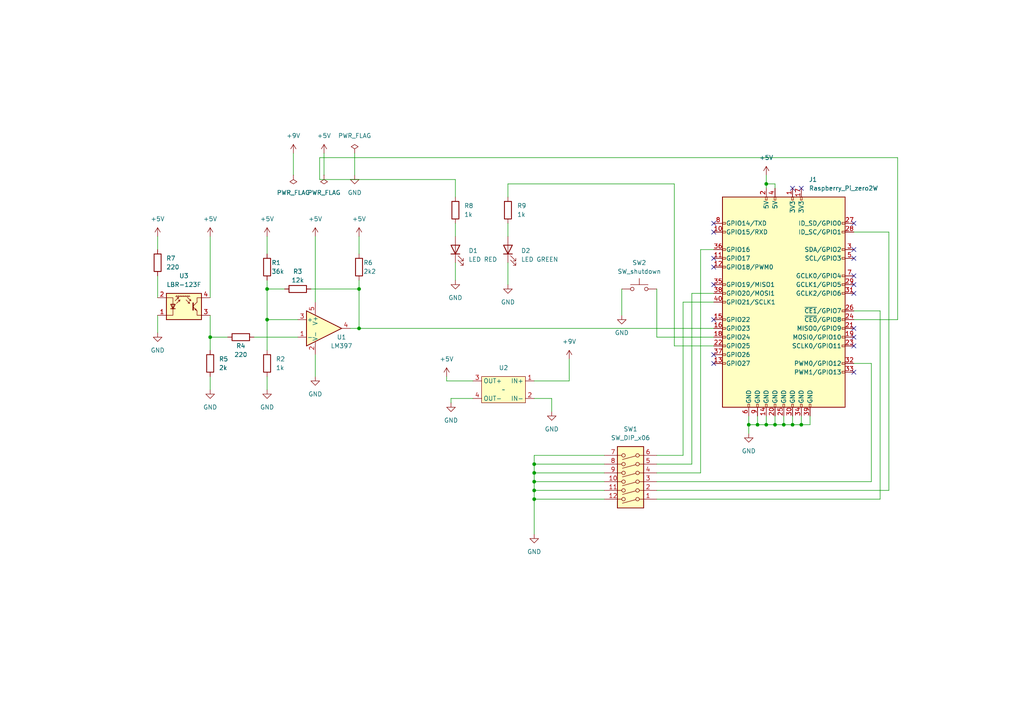
<source format=kicad_sch>
(kicad_sch (version 20230121) (generator eeschema)
  (paper "A4")
  (title_block (title "FILM MAGAZINE") (rev "1") (company "frogman crafts"))
  (lib_symbols
    (symbol "Comparator:LM397" (pin_names (offset 0.127))
      (property "Reference" "U" (at 1.27 5.08 0))
      (property "Value" "LM397" (at 3.81 -5.08 0))
      (symbol "LM397_0_1"
        (polyline (pts (xy -5.08 5.08) (xy 5.08 0) (xy -5.08 -5.08) (xy -5.08 5.08)) (stroke (width 0.254)) (fill (type background)))
      )
      (symbol "LM397_1_1"
        (pin input line (at -7.62 -2.54 0) (length 2.54) (name "-") (number "1"))
        (pin power_in line (at -2.54 -7.62 90) (length 3.81) (name "V-") (number "2"))
        (pin input line (at -7.62 2.54 0) (length 2.54) (name "+") (number "3"))
        (pin open_collector line (at 7.62 0 180) (length 2.54) (name "~") (number "4"))
        (pin power_in line (at -2.54 7.62 270) (length 3.81) (name "V+") (number "5"))
      )
    )
    (symbol "Device:LED" (pin_numbers hide) (pin_names (offset 1.016) hide)
      (property "Reference" "D" (at 0 2.54 0))
      (property "Value" "LED" (at 0 -2.54 0))
      (symbol "LED_0_1"
        (polyline (pts (xy -1.27 -1.27) (xy -1.27 1.27)) (stroke (width 0.254)))
        (polyline (pts (xy -1.27 0) (xy 1.27 0)))
        (polyline (pts (xy 1.27 -1.27) (xy 1.27 1.27) (xy -1.27 0) (xy 1.27 -1.27)) (stroke (width 0.254)))
        (polyline (pts (xy -3.048 -0.762) (xy -4.572 -2.286) (xy -3.81 -2.286) (xy -4.572 -2.286) (xy -4.572 -1.524)))
        (polyline (pts (xy -1.778 -0.762) (xy -3.302 -2.286) (xy -2.54 -2.286) (xy -3.302 -2.286) (xy -3.302 -1.524)))
      )
      (symbol "LED_1_1"
        (pin passive line (at -3.81 0 0) (length 2.54) (name "K") (number "1"))
        (pin passive line (at 3.81 0 180) (length 2.54) (name "A") (number "2"))
      )
    )
    (symbol "Device:R" (pin_numbers hide) (pin_names (offset 0))
      (property "Reference" "R" (at 2.032 0 90))
      (property "Value" "R" (at 0 0 90))
      (symbol "R_0_1"
        (rectangle (start -1.016 -2.54) (end 1.016 2.54) (stroke (width 0.254)))
      )
      (symbol "R_1_1"
        (pin passive line (at 0 3.81 270) (length 1.27) (name "~") (number "1"))
        (pin passive line (at 0 -3.81 90) (length 1.27) (name "~") (number "2"))
      )
    )
    (symbol "Switch:SW_DIP_x06" (pin_names (offset 0) hide)
      (property "Reference" "SW" (at 0 11.43 0))
      (property "Value" "SW_DIP_x06" (at 0 -8.89 0))
      (symbol "SW_DIP_x06_0_0"
        (circle (center -2.032 -5.08) (radius 0.508))
        (circle (center -2.032 -2.54) (radius 0.508))
        (circle (center -2.032 0) (radius 0.508))
        (circle (center -2.032 2.54) (radius 0.508))
        (circle (center -2.032 5.08) (radius 0.508))
        (circle (center -2.032 7.62) (radius 0.508))
        (polyline (pts (xy -1.524 -4.9276) (xy 2.3622 -3.8862)))
        (polyline (pts (xy -1.524 -2.3876) (xy 2.3622 -1.3462)))
        (polyline (pts (xy -1.524 0.127) (xy 2.3622 1.1684)))
        (polyline (pts (xy -1.524 2.667) (xy 2.3622 3.7084)))
        (polyline (pts (xy -1.524 5.207) (xy 2.3622 6.2484)))
        (polyline (pts (xy -1.524 7.747) (xy 2.3622 8.7884)))
        (circle (center 2.032 -5.08) (radius 0.508))
        (circle (center 2.032 -2.54) (radius 0.508))
        (circle (center 2.032 0) (radius 0.508))
        (circle (center 2.032 2.54) (radius 0.508))
        (circle (center 2.032 5.08) (radius 0.508))
        (circle (center 2.032 7.62) (radius 0.508))
      )
      (symbol "SW_DIP_x06_0_1"
        (rectangle (start -3.81 10.16) (end 3.81 -7.62) (stroke (width 0.254)) (fill (type background)))
      )
      (symbol "SW_DIP_x06_1_1"
        (pin passive line (at -7.62 7.62 0) (length 5.08) (name "~") (number "1"))
        (pin passive line (at 7.62 2.54 180) (length 5.08) (name "~") (number "10"))
        (pin passive line (at 7.62 5.08 180) (length 5.08) (name "~") (number "11"))
        (pin passive line (at 7.62 7.62 180) (length 5.08) (name "~") (number "12"))
        (pin passive line (at -7.62 5.08 0) (length 5.08) (name "~") (number "2"))
        (pin passive line (at -7.62 2.54 0) (length 5.08) (name "~") (number "3"))
        (pin passive line (at -7.62 0 0) (length 5.08) (name "~") (number "4"))
        (pin passive line (at -7.62 -2.54 0) (length 5.08) (name "~") (number "5"))
        (pin passive line (at -7.62 -5.08 0) (length 5.08) (name "~") (number "6"))
        (pin passive line (at 7.62 -5.08 180) (length 5.08) (name "~") (number "7"))
        (pin passive line (at 7.62 -2.54 180) (length 5.08) (name "~") (number "8"))
        (pin passive line (at 7.62 0 180) (length 5.08) (name "~") (number "9"))
      )
    )
    (symbol "Switch:SW_Push" (pin_numbers hide) (pin_names (offset 1.016) hide)
      (property "Reference" "SW" (at 1.27 2.54 0))
      (property "Value" "SW_Push" (at 0 -1.524 0))
      (symbol "SW_Push_0_1"
        (circle (center -2.032 0) (radius 0.508))
        (polyline (pts (xy 0 1.27) (xy 0 3.048)))
        (polyline (pts (xy 2.54 1.27) (xy -2.54 1.27)))
        (circle (center 2.032 0) (radius 0.508))
        (pin passive line (at -5.08 0 0) (length 2.54) (name "1") (number "1"))
        (pin passive line (at 5.08 0 180) (length 2.54) (name "2") (number "2"))
      )
    )
    (symbol "crockwork_cinecamera:LBR-123F" (pin_names (offset 0.0254) hide)
      (property "Reference" "U" (at -3.81 5.08 0))
      (property "Value" "LBR-123F" (at 15.24 5.08 0))
      (symbol "LBR-123F_0_1"
        (polyline (pts (xy -3.81 -0.635) (xy -2.54 -0.635)) (stroke (width 0.254)))
        (polyline (pts (xy -2.286 2.921) (xy -2.032 3.175)))
        (polyline (pts (xy -1.778 2.921) (xy -1.524 3.175)))
        (polyline (pts (xy -1.524 2.667) (xy -1.651 2.159)))
        (polyline (pts (xy -1.27 2.921) (xy -1.016 3.175)))
        (polyline (pts (xy -1.143 1.905) (xy -1.27 1.397)))
        (polyline (pts (xy -0.762 2.921) (xy -0.508 3.175)))
        (polyline (pts (xy -0.254 2.921) (xy 0 3.175)))
        (polyline (pts (xy 0.254 2.921) (xy 0.508 3.175)))
        (polyline (pts (xy 0.762 2.921) (xy 1.016 3.175)))
        (polyline (pts (xy 1.27 2.921) (xy 1.524 3.175)))
        (polyline (pts (xy 1.651 0.889) (xy 1.143 1.016)))
        (polyline (pts (xy 1.778 2.921) (xy -2.413 2.921)))
        (polyline (pts (xy 2.032 1.651) (xy 1.524 1.778)))
        (polyline (pts (xy 2.667 -0.127) (xy 3.81 -1.27)))
        (polyline (pts (xy 2.667 0.127) (xy 3.81 1.27)))
        (polyline (pts (xy -2.54 1.651) (xy -1.524 2.667) (xy -2.032 2.54)))
        (polyline (pts (xy -2.159 0.889) (xy -1.143 1.905) (xy -1.651 1.778)))
        (polyline (pts (xy 0.635 1.905) (xy 1.651 0.889) (xy 1.524 1.397)))
        (polyline (pts (xy 1.016 2.667) (xy 2.032 1.651) (xy 1.905 2.159)))
        (polyline (pts (xy 2.667 1.016) (xy 2.667 -1.016) (xy 2.667 -1.016)) (stroke (width 0.3556)))
        (polyline (pts (xy 3.81 -1.27) (xy 3.81 -2.54) (xy 5.08 -2.54)))
        (polyline (pts (xy 3.81 1.27) (xy 3.81 2.54) (xy 5.08 2.54)))
        (polyline (pts (xy -5.08 -2.54) (xy -3.175 -2.54) (xy -3.175 2.54) (xy -5.08 2.54)))
        (polyline (pts (xy -3.175 -0.635) (xy -3.81 0.635) (xy -2.54 0.635) (xy -3.175 -0.635)) (stroke (width 0.254)))
        (polyline (pts (xy 3.683 -1.143) (xy 3.429 -0.635) (xy 3.175 -0.889) (xy 3.683 -1.143)))
        (polyline (pts (xy -5.08 -3.81) (xy 5.08 -3.81) (xy 5.08 3.81) (xy -5.08 3.81) (xy -5.08 -3.81)) (stroke (width 0.254)) (fill (type background)))
      )
      (symbol "LBR-123F_1_1"
        (pin power_in line (at -7.62 -2.54 0) (length 2.54) (name "K") (number "1"))
        (pin input line (at -7.62 2.54 0) (length 2.54) (name "A") (number "2"))
        (pin output line (at 7.62 -2.54 180) (length 2.54) (name "~") (number "3"))
        (pin power_in line (at 7.62 2.54 180) (length 2.54) (name "~") (number "4"))
      )
    )
    (symbol "crockwork_cinecamera:MP2307_DC-DC_converter_board"
      (property "Reference" "U" (at 1.27 5.08 0))
      (symbol "MP2307_DC-DC_converter_board_1_1"
        (rectangle (start -6.35 3.81) (end 6.35 -3.81) (fill (type background)))
        (pin power_in line (at 8.89 2.54 180) (length 2.54) (name "IN+") (number "1"))
        (pin power_in line (at 8.89 -2.54 180) (length 2.54) (name "IN-") (number "2"))
        (pin power_in line (at -8.89 2.54 0) (length 2.54) (name "OUT+") (number "3"))
        (pin power_in line (at -8.89 -2.54 0) (length 2.54) (name "OUT-") (number "4"))
      )
    )
    (symbol "crockwork_cinecamera:Raspberry_Pi_Zero2W" (pin_names (offset 1.016))
      (property "Reference" "J" (at -17.78 31.75 0))
      (property "Value" "Raspberry_Pi_zero2W" (at 10.16 -31.75 0))
      (symbol "Raspberry_Pi_Zero2W_0_1"
        (rectangle (start -17.78 30.48) (end 17.78 -30.48) (stroke (width 0.254)) (fill (type background)))
      )
      (symbol "Raspberry_Pi_Zero2W_1_1"
        (rectangle (start -16.891 -17.526) (end -17.78 -18.034))
        (rectangle (start -16.891 -14.986) (end -17.78 -15.494))
        (rectangle (start -16.891 -12.446) (end -17.78 -12.954))
        (rectangle (start -16.891 -9.906) (end -17.78 -10.414))
        (rectangle (start -16.891 -7.366) (end -17.78 -7.874))
        (rectangle (start -16.891 -4.826) (end -17.78 -5.334))
        (rectangle (start -16.891 0.254) (end -17.78 -0.254))
        (rectangle (start -16.891 2.794) (end -17.78 2.286))
        (rectangle (start -16.891 5.334) (end -17.78 4.826))
        (rectangle (start -16.891 10.414) (end -17.78 9.906))
        (rectangle (start -16.891 12.954) (end -17.78 12.446))
        (rectangle (start -16.891 15.494) (end -17.78 14.986))
        (rectangle (start -16.891 20.574) (end -17.78 20.066))
        (rectangle (start -16.891 23.114) (end -17.78 22.606))
        (rectangle (start -10.414 -29.591) (end -9.906 -30.48))
        (rectangle (start -7.874 -29.591) (end -7.366 -30.48))
        (rectangle (start -5.334 -29.591) (end -4.826 -30.48))
        (rectangle (start -5.334 30.48) (end -4.826 29.591))
        (rectangle (start -2.794 -29.591) (end -2.286 -30.48))
        (rectangle (start -2.794 30.48) (end -2.286 29.591))
        (rectangle (start -0.254 -29.591) (end 0.254 -30.48))
        (rectangle (start 2.286 -29.591) (end 2.794 -30.48))
        (rectangle (start 2.286 30.48) (end 2.794 29.591))
        (rectangle (start 4.826 -29.591) (end 5.334 -30.48))
        (rectangle (start 4.826 30.48) (end 5.334 29.591))
        (rectangle (start 7.366 -29.591) (end 7.874 -30.48))
        (rectangle (start 17.78 -20.066) (end 16.891 -20.574))
        (rectangle (start 17.78 -17.526) (end 16.891 -18.034))
        (rectangle (start 17.78 -12.446) (end 16.891 -12.954))
        (rectangle (start 17.78 -9.906) (end 16.891 -10.414))
        (rectangle (start 17.78 -7.366) (end 16.891 -7.874))
        (rectangle (start 17.78 -4.826) (end 16.891 -5.334))
        (rectangle (start 17.78 -2.286) (end 16.891 -2.794))
        (rectangle (start 17.78 2.794) (end 16.891 2.286))
        (rectangle (start 17.78 5.334) (end 16.891 4.826))
        (rectangle (start 17.78 7.874) (end 16.891 7.366))
        (rectangle (start 17.78 12.954) (end 16.891 12.446))
        (rectangle (start 17.78 15.494) (end 16.891 14.986))
        (rectangle (start 17.78 20.574) (end 16.891 20.066))
        (rectangle (start 17.78 23.114) (end 16.891 22.606))
        (pin power_in line (at 2.54 33.02 270) (length 2.54) (name "3V3") (number "1"))
        (pin bidirectional line (at -20.32 20.32 0) (length 2.54) (name "GPIO15/RXD") (number "10"))
        (pin bidirectional line (at -20.32 12.7 0) (length 2.54) (name "GPIO17") (number "11"))
        (pin bidirectional line (at -20.32 10.16 0) (length 2.54) (name "GPIO18/PWM0") (number "12"))
        (pin bidirectional line (at -20.32 -17.78 0) (length 2.54) (name "GPIO27") (number "13"))
        (pin power_in line (at -5.08 -33.02 90) (length 2.54) (name "GND") (number "14"))
        (pin bidirectional line (at -20.32 -5.08 0) (length 2.54) (name "GPIO22") (number "15"))
        (pin bidirectional line (at -20.32 -7.62 0) (length 2.54) (name "GPIO23") (number "16"))
        (pin power_in line (at 5.08 33.02 270) (length 2.54) (name "3V3") (number "17"))
        (pin bidirectional line (at -20.32 -10.16 0) (length 2.54) (name "GPIO24") (number "18"))
        (pin bidirectional line (at 20.32 -10.16 180) (length 2.54) (name "MOSI0/GPIO10") (number "19"))
        (pin power_in line (at -5.08 33.02 270) (length 2.54) (name "5V") (number "2"))
        (pin power_in line (at -2.54 -33.02 90) (length 2.54) (name "GND") (number "20"))
        (pin bidirectional line (at 20.32 -7.62 180) (length 2.54) (name "MISO0/GPIO9") (number "21"))
        (pin bidirectional line (at -20.32 -12.7 0) (length 2.54) (name "GPIO25") (number "22"))
        (pin bidirectional line (at 20.32 -12.7 180) (length 2.54) (name "SCLK0/GPIO11") (number "23"))
        (pin bidirectional line (at 20.32 -5.08 180) (length 2.54) (name "~{CE0}/GPIO8") (number "24"))
        (pin power_in line (at 0 -33.02 90) (length 2.54) (name "GND") (number "25"))
        (pin bidirectional line (at 20.32 -2.54 180) (length 2.54) (name "~{CE1}/GPIO7") (number "26"))
        (pin bidirectional line (at 20.32 22.86 180) (length 2.54) (name "ID_SD/GPIO0") (number "27"))
        (pin bidirectional line (at 20.32 20.32 180) (length 2.54) (name "ID_SC/GPIO1") (number "28"))
        (pin bidirectional line (at 20.32 5.08 180) (length 2.54) (name "GCLK1/GPIO5") (number "29"))
        (pin bidirectional line (at 20.32 15.24 180) (length 2.54) (name "SDA/GPIO2") (number "3"))
        (pin power_in line (at 2.54 -33.02 90) (length 2.54) (name "GND") (number "30"))
        (pin bidirectional line (at 20.32 2.54 180) (length 2.54) (name "GCLK2/GPIO6") (number "31"))
        (pin bidirectional line (at 20.32 -17.78 180) (length 2.54) (name "PWM0/GPIO12") (number "32"))
        (pin bidirectional line (at 20.32 -20.32 180) (length 2.54) (name "PWM1/GPIO13") (number "33"))
        (pin power_in line (at 5.08 -33.02 90) (length 2.54) (name "GND") (number "34"))
        (pin bidirectional line (at -20.32 5.08 0) (length 2.54) (name "GPIO19/MISO1") (number "35"))
        (pin bidirectional line (at -20.32 15.24 0) (length 2.54) (name "GPIO16") (number "36"))
        (pin bidirectional line (at -20.32 -15.24 0) (length 2.54) (name "GPIO26") (number "37"))
        (pin bidirectional line (at -20.32 2.54 0) (length 2.54) (name "GPIO20/MOSI1") (number "38"))
        (pin power_in line (at 7.62 -33.02 90) (length 2.54) (name "GND") (number "39"))
        (pin power_in line (at -2.54 33.02 270) (length 2.54) (name "5V") (number "4"))
        (pin bidirectional line (at -20.32 0 0) (length 2.54) (name "GPIO21/SCLK1") (number "40"))
        (pin bidirectional line (at 20.32 12.7 180) (length 2.54) (name "SCL/GPIO3") (number "5"))
        (pin power_in line (at -10.16 -33.02 90) (length 2.54) (name "GND") (number "6"))
        (pin bidirectional line (at 20.32 7.62 180) (length 2.54) (name "GCLK0/GPIO4") (number "7"))
        (pin bidirectional line (at -20.32 22.86 0) (length 2.54) (name "GPIO14/TXD") (number "8"))
        (pin power_in line (at -7.62 -33.02 90) (length 2.54) (name "GND") (number "9"))
      )
    )
    (symbol "power:+5V" (power) (pin_names (offset 0))
      (property "Value" "+5V" (at 0 3.556 0))
      (symbol "+5V_0_1"
        (polyline (pts (xy -0.762 1.27) (xy 0 2.54)))
        (polyline (pts (xy 0 0) (xy 0 2.54)))
        (polyline (pts (xy 0 2.54) (xy 0.762 1.27)))
      )
      (symbol "+5V_1_1"
        (pin power_in line (at 0 0 90) (length 0) hide (name "+5V") (number "1"))
      )
    )
    (symbol "power:+9V" (power) (pin_names (offset 0))
      (property "Value" "+9V" (at 0 3.556 0))
      (symbol "+9V_0_1"
        (polyline (pts (xy -0.762 1.27) (xy 0 2.54)))
        (polyline (pts (xy 0 0) (xy 0 2.54)))
        (polyline (pts (xy 0 2.54) (xy 0.762 1.27)))
      )
      (symbol "+9V_1_1"
        (pin power_in line (at 0 0 90) (length 0) hide (name "+9V") (number "1"))
      )
    )
    (symbol "power:GND" (power) (pin_names (offset 0))
      (property "Value" "GND" (at 0 -3.81 0))
      (symbol "GND_0_1"
        (polyline (pts (xy 0 0) (xy 0 -1.27) (xy 1.27 -1.27) (xy 0 -2.54) (xy -1.27 -1.27) (xy 0 -1.27)))
      )
      (symbol "GND_1_1"
        (pin power_in line (at 0 0 270) (length 0) hide (name "GND") (number "1"))
      )
    )
    (symbol "power:PWR_FLAG" (power) (pin_numbers hide) (pin_names (offset 0) hide)
      (property "Value" "PWR_FLAG" (at 0 3.81 0))
      (symbol "PWR_FLAG_0_0"
        (pin power_out line (at 0 0 90) (length 0) (name "pwr") (number "1"))
      )
      (symbol "PWR_FLAG_0_1"
        (polyline (pts (xy 0 0) (xy 0 1.27) (xy -1.016 1.905) (xy 0 2.54) (xy 1.016 1.905) (xy 0 1.27)))
      )
    )
  )
  (junction (at 104.14 95.25))
  (junction (at 222.25 53.34))
  (junction (at 154.94 134.62))
  (junction (at 217.17 123.19))
  (junction (at 219.71 123.19))
  (junction (at 154.94 142.24))
  (junction (at 154.94 139.7))
  (junction (at 77.47 83.82))
  (junction (at 154.94 137.16))
  (junction (at 222.25 123.19))
  (junction (at 77.47 92.71))
  (junction (at 232.41 123.19))
  (junction (at 104.14 83.82))
  (junction (at 60.96 97.79))
  (junction (at 154.94 144.78))
  (junction (at 227.33 123.19))
  (junction (at 224.79 123.19))
  (junction (at 229.87 123.19))
  (no_connect (at 247.65 64.77))
  (no_connect (at 247.65 107.95))
  (no_connect (at 207.01 74.93))
  (no_connect (at 247.65 97.79))
  (no_connect (at 247.65 85.09))
  (no_connect (at 229.87 54.61))
  (no_connect (at 207.01 64.77))
  (no_connect (at 247.65 72.39))
  (no_connect (at 247.65 95.25))
  (no_connect (at 207.01 102.87))
  (no_connect (at 247.65 100.33))
  (no_connect (at 207.01 105.41))
  (no_connect (at 207.01 82.55))
  (no_connect (at 207.01 77.47))
  (no_connect (at 247.65 80.01))
  (no_connect (at 207.01 67.31))
  (no_connect (at 207.01 92.71))
  (no_connect (at 247.65 82.55))
  (no_connect (at 232.41 54.61))
  (no_connect (at 247.65 74.93))
  (wire (pts (xy 91.44 102.87) (xy 91.44 109.22)))
  (wire (pts (xy 190.5 137.16) (xy 203.2 137.16)))
  (wire (pts (xy 227.33 120.65) (xy 227.33 123.19)))
  (wire (pts (xy 190.5 134.62) (xy 200.66 134.62)))
  (wire (pts (xy 60.96 97.79) (xy 60.96 101.6)))
  (wire (pts (xy 160.02 115.57) (xy 160.02 119.38)))
  (wire (pts (xy 232.41 120.65) (xy 232.41 123.19)))
  (wire (pts (xy 234.95 123.19) (xy 234.95 120.65)))
  (wire (pts (xy 77.47 83.82) (xy 77.47 92.71)))
  (wire (pts (xy 60.96 68.58) (xy 60.96 86.36)))
  (wire (pts (xy 257.81 142.24) (xy 257.81 67.31)))
  (wire (pts (xy 77.47 81.28) (xy 77.47 83.82)))
  (wire (pts (xy 154.94 137.16) (xy 175.26 137.16)))
  (wire (pts (xy 217.17 123.19) (xy 217.17 125.73)))
  (wire (pts (xy 255.27 90.17) (xy 247.65 90.17)))
  (wire (pts (xy 154.94 144.78) (xy 154.94 142.24)))
  (wire (pts (xy 77.47 83.82) (xy 82.55 83.82)))
  (wire (pts (xy 102.87 44.45) (xy 102.87 50.8)))
  (wire (pts (xy 257.81 67.31) (xy 247.65 67.31)))
  (wire (pts (xy 60.96 97.79) (xy 66.04 97.79)))
  (wire (pts (xy 154.94 110.49) (xy 165.1 110.49)))
  (wire (pts (xy 91.44 68.58) (xy 91.44 87.63)))
  (wire (pts (xy 222.25 120.65) (xy 222.25 123.19)))
  (wire (pts (xy 217.17 123.19) (xy 219.71 123.19)))
  (wire (pts (xy 154.94 142.24) (xy 175.26 142.24)))
  (wire (pts (xy 203.2 137.16) (xy 203.2 72.39)))
  (wire (pts (xy 224.79 53.34) (xy 224.79 54.61)))
  (wire (pts (xy 60.96 91.44) (xy 60.96 97.79)))
  (wire (pts (xy 129.54 109.22) (xy 129.54 110.49)))
  (wire (pts (xy 252.73 139.7) (xy 252.73 105.41)))
  (wire (pts (xy 195.58 100.33) (xy 195.58 53.34)))
  (wire (pts (xy 222.25 53.34) (xy 222.25 54.61)))
  (wire (pts (xy 195.58 53.34) (xy 147.32 53.34)))
  (wire (pts (xy 77.47 92.71) (xy 77.47 101.6)))
  (wire (pts (xy 260.35 45.72) (xy 260.35 92.71)))
  (wire (pts (xy 93.98 44.45) (xy 93.98 50.8)))
  (wire (pts (xy 252.73 105.41) (xy 247.65 105.41)))
  (wire (pts (xy 132.08 76.2) (xy 132.08 81.28)))
  (wire (pts (xy 154.94 132.08) (xy 175.26 132.08)))
  (wire (pts (xy 45.72 91.44) (xy 45.72 96.52)))
  (wire (pts (xy 132.08 64.77) (xy 132.08 68.58)))
  (wire (pts (xy 229.87 120.65) (xy 229.87 123.19)))
  (wire (pts (xy 190.5 97.79) (xy 207.01 97.79)))
  (wire (pts (xy 147.32 64.77) (xy 147.32 68.58)))
  (wire (pts (xy 217.17 120.65) (xy 217.17 123.19)))
  (wire (pts (xy 247.65 92.71) (xy 260.35 92.71)))
  (wire (pts (xy 198.12 87.63) (xy 207.01 87.63)))
  (wire (pts (xy 101.6 95.25) (xy 104.14 95.25)))
  (wire (pts (xy 77.47 92.71) (xy 86.36 92.71)))
  (wire (pts (xy 219.71 120.65) (xy 219.71 123.19)))
  (wire (pts (xy 154.94 139.7) (xy 175.26 139.7)))
  (wire (pts (xy 92.71 52.07) (xy 132.08 52.07)))
  (wire (pts (xy 190.5 142.24) (xy 257.81 142.24)))
  (wire (pts (xy 154.94 144.78) (xy 154.94 154.94)))
  (wire (pts (xy 154.94 134.62) (xy 154.94 137.16)))
  (wire (pts (xy 45.72 68.58) (xy 45.72 72.39)))
  (wire (pts (xy 154.94 132.08) (xy 154.94 134.62)))
  (wire (pts (xy 255.27 144.78) (xy 255.27 90.17)))
  (wire (pts (xy 147.32 57.15) (xy 147.32 53.34)))
  (wire (pts (xy 222.25 50.8) (xy 222.25 53.34)))
  (wire (pts (xy 154.94 134.62) (xy 175.26 134.62)))
  (wire (pts (xy 229.87 123.19) (xy 232.41 123.19)))
  (wire (pts (xy 232.41 123.19) (xy 234.95 123.19)))
  (wire (pts (xy 190.5 139.7) (xy 252.73 139.7)))
  (wire (pts (xy 224.79 123.19) (xy 227.33 123.19)))
  (wire (pts (xy 154.94 139.7) (xy 154.94 142.24)))
  (wire (pts (xy 137.16 115.57) (xy 130.81 115.57)))
  (wire (pts (xy 130.81 115.57) (xy 130.81 116.84)))
  (wire (pts (xy 104.14 83.82) (xy 104.14 95.25)))
  (wire (pts (xy 224.79 120.65) (xy 224.79 123.19)))
  (wire (pts (xy 190.5 83.82) (xy 190.5 97.79)))
  (wire (pts (xy 154.94 115.57) (xy 160.02 115.57)))
  (wire (pts (xy 90.17 83.82) (xy 104.14 83.82)))
  (wire (pts (xy 190.5 132.08) (xy 198.12 132.08)))
  (wire (pts (xy 207.01 100.33) (xy 195.58 100.33)))
  (wire (pts (xy 85.09 44.45) (xy 85.09 50.8)))
  (wire (pts (xy 180.34 83.82) (xy 180.34 91.44)))
  (wire (pts (xy 60.96 109.22) (xy 60.96 113.03)))
  (wire (pts (xy 222.25 123.19) (xy 224.79 123.19)))
  (wire (pts (xy 198.12 132.08) (xy 198.12 87.63)))
  (wire (pts (xy 92.71 45.72) (xy 260.35 45.72)))
  (wire (pts (xy 104.14 95.25) (xy 207.01 95.25)))
  (wire (pts (xy 165.1 110.49) (xy 165.1 104.14)))
  (wire (pts (xy 137.16 110.49) (xy 129.54 110.49)))
  (wire (pts (xy 104.14 81.28) (xy 104.14 83.82)))
  (wire (pts (xy 104.14 68.58) (xy 104.14 73.66)))
  (wire (pts (xy 132.08 52.07) (xy 132.08 57.15)))
  (wire (pts (xy 227.33 123.19) (xy 229.87 123.19)))
  (wire (pts (xy 45.72 80.01) (xy 45.72 86.36)))
  (wire (pts (xy 154.94 137.16) (xy 154.94 139.7)))
  (wire (pts (xy 73.66 97.79) (xy 86.36 97.79)))
  (wire (pts (xy 77.47 68.58) (xy 77.47 73.66)))
  (wire (pts (xy 147.32 76.2) (xy 147.32 82.55)))
  (wire (pts (xy 200.66 134.62) (xy 200.66 85.09)))
  (wire (pts (xy 92.71 45.72) (xy 92.71 52.07)))
  (wire (pts (xy 77.47 109.22) (xy 77.47 113.03)))
  (wire (pts (xy 154.94 144.78) (xy 175.26 144.78)))
  (wire (pts (xy 203.2 72.39) (xy 207.01 72.39)))
  (wire (pts (xy 222.25 53.34) (xy 224.79 53.34)))
  (wire (pts (xy 200.66 85.09) (xy 207.01 85.09)))
  (wire (pts (xy 219.71 123.19) (xy 222.25 123.19)))
  (wire (pts (xy 190.5 144.78) (xy 255.27 144.78)))
  (symbol (lib_id "power:+5V") (at 60.96 68.58 0) (unit 1)
    (property "Reference" "#PWR013" (effects hide))
    (property "Value" "+5V" (at 60.96 63.5 0))
  )
  (symbol (lib_id "Device:R") (at 60.96 105.41 0) (unit 1)
    (property "Reference" "R5" (at 63.5 104.14 0) (effects (justify left)))
    (property "Value" "2k" (at 63.5 106.68 0) (effects (justify left)))
    (property "Footprint" "Resistor_SMD:R_0805_2012Metric_Pad1.20x1.40mm_HandSolder" (effects hide))
  )
  (symbol (lib_id "power:+9V") (at 165.1 104.14 0) (unit 1)
    (property "Reference" "#PWR011" (effects hide))
    (property "Value" "+9V" (at 165.1 99.06 0))
  )
  (symbol (lib_id "power:+5V") (at 77.47 68.58 0) (unit 1)
    (property "Reference" "#PWR08" (effects hide))
    (property "Value" "+5V" (at 77.47 63.5 0))
  )
  (symbol (lib_id "power:GND") (at 130.81 116.84 0) (unit 1)
    (property "Reference" "#PWR018" (effects hide))
    (property "Value" "GND" (at 130.81 121.92 0))
  )
  (symbol (lib_id "power:GND") (at 77.47 113.03 0) (unit 1)
    (property "Reference" "#PWR05" (effects hide))
    (property "Value" "GND" (at 77.47 118.11 0))
  )
  (symbol (lib_id "Device:LED") (at 147.32 72.39 90) (unit 1)
    (property "Reference" "D2" (at 151.13 72.7075 90) (effects (justify right)))
    (property "Value" "LED GREEN" (at 151.13 75.2475 90) (effects (justify right)))
    (property "Footprint" "LED_THT:LED_D3.0mm" (effects hide))
  )
  (symbol (lib_id "crockwork_cinecamera:Raspberry_Pi_Zero2W") (at 227.33 87.63 0) (unit 1)
    (property "Reference" "J1" (at 234.6041 52.07 0) (effects (justify left)))
    (property "Value" "Raspberry_Pi_zero2W" (at 234.6041 54.61 0) (effects (justify left)))
    (property "Footprint" "Connector_PinHeader_2.54mm:PinHeader_2x20_P2.54mm_Vertical" (effects hide))
    (property "Datasheet" "https://www.raspberrypi.org/documentation/hardware/raspberrypi/schematics/rpi_SCH_3bplus_1p0_reduced.pdf" (effects hide))
  )
  (symbol (lib_id "power:PWR_FLAG") (at 85.09 50.8 180) (unit 1)
    (property "Reference" "#FLG03" (effects hide))
    (property "Value" "PWR_FLAG" (at 85.09 55.88 0))
  )
  (symbol (lib_id "power:GND") (at 217.17 125.73 0) (unit 1)
    (property "Reference" "#PWR023" (effects hide))
    (property "Value" "GND" (at 217.17 130.81 0))
  )
  (symbol (lib_id "power:GND") (at 154.94 154.94 0) (unit 1)
    (property "Reference" "#PWR010" (effects hide))
    (property "Value" "GND" (at 154.94 160.02 0))
  )
  (symbol (lib_id "power:GND") (at 102.87 50.8 0) (unit 1)
    (property "Reference" "#PWR021" (effects hide))
    (property "Value" "GND" (at 102.87 55.88 0))
  )
  (symbol (lib_id "power:+5V") (at 129.54 109.22 0) (unit 1)
    (property "Reference" "#PWR012" (effects hide))
    (property "Value" "+5V" (at 129.54 104.14 0))
  )
  (symbol (lib_id "Switch:SW_Push") (at 185.42 83.82 0) (unit 1)
    (property "Reference" "SW2" (at 185.42 76.2 0))
    (property "Value" "SW_shutdown" (at 185.42 78.74 0))
    (property "Footprint" "Button_Switch_THT:SW_PUSH_6mm" (effects hide))
  )
  (symbol (lib_id "power:GND") (at 60.96 113.03 0) (unit 1)
    (property "Reference" "#PWR07" (effects hide))
    (property "Value" "GND" (at 60.96 118.11 0))
  )
  (symbol (lib_id "Switch:SW_DIP_x06") (at 182.88 137.16 180) (unit 1)
    (property "Reference" "SW1" (at 182.88 124.46 0))
    (property "Value" "SW_DIP_x06" (at 182.88 127 0))
    (property "Footprint" "Button_Switch_THT:SW_DIP_SPSTx06_Slide_9.78x17.42mm_W7.62mm_P2.54mm" (effects hide))
  )
  (symbol (lib_id "power:PWR_FLAG") (at 93.98 50.8 180) (unit 1)
    (property "Reference" "#FLG02" (effects hide))
    (property "Value" "PWR_FLAG" (at 93.98 55.88 0))
  )
  (symbol (lib_id "power:GND") (at 91.44 109.22 0) (unit 1)
    (property "Reference" "#PWR02" (effects hide))
    (property "Value" "GND" (at 91.44 114.3 0))
  )
  (symbol (lib_id "power:+5V") (at 222.25 50.8 0) (unit 1)
    (property "Reference" "#PWR03" (effects hide))
    (property "Value" "+5V" (at 222.25 45.72 0))
  )
  (symbol (lib_id "Device:R") (at 69.85 97.79 90) (unit 1)
    (property "Reference" "R4" (at 69.85 100.33 90))
    (property "Value" "220" (at 69.85 102.87 90))
    (property "Footprint" "Resistor_SMD:R_0805_2012Metric_Pad1.20x1.40mm_HandSolder" (effects hide))
  )
  (symbol (lib_id "Device:R") (at 147.32 60.96 0) (unit 1)
    (property "Reference" "R9" (at 149.9816 59.69 0) (effects (justify left)))
    (property "Value" "1k" (at 149.9816 62.23 0) (effects (justify left)))
    (property "Footprint" "Resistor_SMD:R_0805_2012Metric_Pad1.20x1.40mm_HandSolder" (effects hide))
  )
  (symbol (lib_id "Device:R") (at 86.36 83.82 90) (unit 1)
    (property "Reference" "R3" (at 86.36 78.74 90))
    (property "Value" "12k" (at 86.36 81.28 90))
    (property "Footprint" "Resistor_SMD:R_0805_2012Metric_Pad1.20x1.40mm_HandSolder" (effects hide))
  )
  (symbol (lib_id "Comparator:LM397") (at 93.98 95.25 0) (unit 1)
    (property "Reference" "U1" (at 99.06 97.79 0))
    (property "Value" "LM397" (at 99.06 100.33 0))
    (property "Footprint" "Package_TO_SOT_SMD:SOT-23-5" (effects hide))
    (property "Datasheet" "http://www.ti.com/lit/ds/symlink/lm397.pdf" (effects hide))
  )
  (symbol (lib_id "power:+5V") (at 104.14 68.58 0) (unit 1)
    (property "Reference" "#PWR04" (effects hide))
    (property "Value" "+5V" (at 104.14 63.5 0))
  )
  (symbol (lib_id "power:GND") (at 132.08 81.28 0) (unit 1)
    (property "Reference" "#PWR016" (effects hide))
    (property "Value" "GND" (at 132.08 86.36 0))
  )
  (symbol (lib_id "power:+5V") (at 45.72 68.58 0) (unit 1)
    (property "Reference" "#PWR014" (effects hide))
    (property "Value" "+5V" (at 45.72 63.5 0))
  )
  (symbol (lib_id "power:GND") (at 160.02 119.38 0) (unit 1)
    (property "Reference" "#PWR019" (effects hide))
    (property "Value" "GND" (at 160.02 124.46 0))
  )
  (symbol (lib_id "power:+5V") (at 93.98 44.45 0) (unit 1)
    (property "Reference" "#PWR015" (effects hide))
    (property "Value" "+5V" (at 93.98 39.37 0))
  )
  (symbol (lib_id "Device:R") (at 45.72 76.2 0) (unit 1)
    (property "Reference" "R7" (at 48.2107 74.93 0) (effects (justify left)))
    (property "Value" "220" (at 48.2107 77.47 0) (effects (justify left)))
    (property "Footprint" "Resistor_SMD:R_0805_2012Metric_Pad1.20x1.40mm_HandSolder" (effects hide))
  )
  (symbol (lib_id "Device:R") (at 77.47 77.47 0) (unit 1)
    (property "Reference" "R1" (at 78.74 76.2 0) (effects (justify left)))
    (property "Value" "36k" (at 78.74 78.74 0) (effects (justify left)))
    (property "Footprint" "Resistor_SMD:R_0805_2012Metric_Pad1.20x1.40mm_HandSolder" (effects hide))
  )
  (symbol (lib_id "power:GND") (at 45.72 96.52 0) (unit 1)
    (property "Reference" "#PWR09" (effects hide))
    (property "Value" "GND" (at 45.72 101.6 0))
  )
  (symbol (lib_id "Device:R") (at 104.14 77.47 0) (unit 1)
    (property "Reference" "R6" (at 105.41 76.2 0) (effects (justify left)))
    (property "Value" "2k2" (at 105.41 78.74 0) (effects (justify left)))
    (property "Footprint" "Resistor_SMD:R_0805_2012Metric_Pad1.20x1.40mm_HandSolder" (effects hide))
  )
  (symbol (lib_id "Device:LED") (at 132.08 72.39 90) (unit 1)
    (property "Reference" "D1" (at 135.89 72.7075 90) (effects (justify right)))
    (property "Value" "LED RED" (at 135.89 75.2475 90) (effects (justify right)))
    (property "Footprint" "LED_THT:LED_D3.0mm" (effects hide))
  )
  (symbol (lib_id "power:GND") (at 147.32 82.55 0) (unit 1)
    (property "Reference" "#PWR017" (effects hide))
    (property "Value" "GND" (at 147.32 87.63 0))
  )
  (symbol (lib_id "crockwork_cinecamera:MP2307_DC-DC_converter_board") (at 146.05 113.03 0) (unit 1)
    (property "Reference" "U2" (at 146.05 106.68 0))
    (property "Value" "~" (at 146.05 113.03 0))
    (property "Footprint" "Crockwork_Cinecamera:MP2307 DC-DC Board" (effects hide))
  )
  (symbol (lib_id "power:PWR_FLAG") (at 102.87 44.45 0) (unit 1)
    (property "Reference" "#FLG01" (effects hide))
    (property "Value" "PWR_FLAG" (at 102.87 39.37 0))
  )
  (symbol (lib_id "Device:R") (at 132.08 60.96 0) (unit 1)
    (property "Reference" "R8" (at 134.62 59.69 0) (effects (justify left)))
    (property "Value" "1k" (at 134.62 62.23 0) (effects (justify left)))
    (property "Footprint" "Resistor_SMD:R_0805_2012Metric_Pad1.20x1.40mm_HandSolder" (effects hide))
  )
  (symbol (lib_id "Device:R") (at 77.47 105.41 0) (unit 1)
    (property "Reference" "R2" (at 80.01 104.14 0) (effects (justify left)))
    (property "Value" "1k" (at 80.01 106.68 0) (effects (justify left)))
    (property "Footprint" "Resistor_SMD:R_0805_2012Metric_Pad1.20x1.40mm_HandSolder" (effects hide))
  )
  (symbol (lib_id "power:+5V") (at 91.44 68.58 0) (unit 1)
    (property "Reference" "#PWR06" (effects hide))
    (property "Value" "+5V" (at 91.44 63.5 0))
  )
  (symbol (lib_id "crockwork_cinecamera:LBR-123F") (at 53.34 88.9 0) (unit 1)
    (property "Reference" "U3" (at 53.34 80.01 0))
    (property "Value" "LBR-123F" (at 53.34 82.55 0))
    (property "Footprint" "Crockwork_Cinecamera:LBR-123F" (effects hide))
    (property "Datasheet" "https://akizukidenshi.com/goodsaffix/lbr-123f.pdf" (effects hide))
  )
  (symbol (lib_id "power:GND") (at 180.34 91.44 0) (unit 1)
    (property "Reference" "#PWR020" (effects hide))
    (property "Value" "GND" (at 180.34 96.52 0))
  )
  (symbol (lib_id "power:+9V") (at 85.09 44.45 0) (unit 1)
    (property "Reference" "#PWR022" (effects hide))
    (property "Value" "+9V" (at 85.09 39.37 0))
  )
)
</source>
